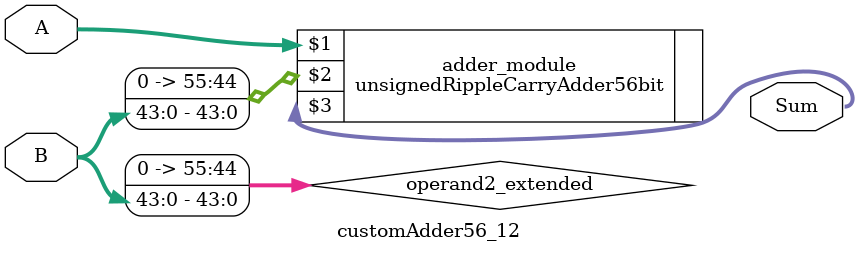
<source format=v>
module customAdder56_12(
                        input [55 : 0] A,
                        input [43 : 0] B,
                        
                        output [56 : 0] Sum
                );

        wire [55 : 0] operand2_extended;
        
        assign operand2_extended =  {12'b0, B};
        
        unsignedRippleCarryAdder56bit adder_module(
            A,
            operand2_extended,
            Sum
        );
        
        endmodule
        
</source>
